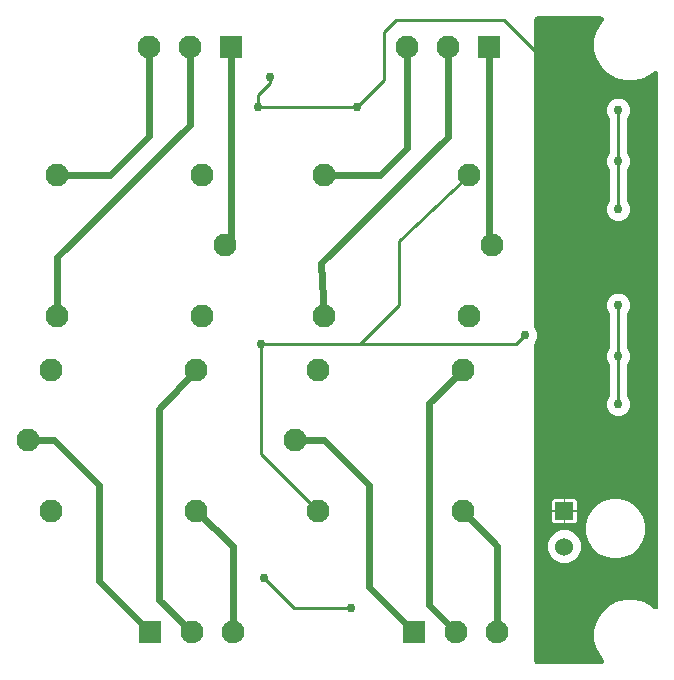
<source format=gbr>
G04 EAGLE Gerber RS-274X export*
G75*
%MOMM*%
%FSLAX34Y34*%
%LPD*%
%INBottom Copper*%
%IPPOS*%
%AMOC8*
5,1,8,0,0,1.08239X$1,22.5*%
G01*
G04 Define Apertures*
%ADD10R,1.930400X1.930400*%
%ADD11C,1.930400*%
%ADD12C,1.950000*%
%ADD13R,1.530000X1.530000*%
%ADD14C,1.530000*%
%ADD15C,0.609600*%
%ADD16C,0.254000*%
%ADD17C,0.756400*%
G36*
X476284Y-23877D02*
X475293Y-24078D01*
X421640Y-24078D01*
X420724Y-23907D01*
X419873Y-23362D01*
X419301Y-22529D01*
X419100Y-21538D01*
X419100Y246598D01*
X419286Y247552D01*
X419844Y248394D01*
X419854Y248405D01*
X421358Y252035D01*
X421358Y255965D01*
X419854Y259595D01*
X419844Y259606D01*
X419301Y260411D01*
X419100Y261402D01*
X419100Y521538D01*
X419271Y522454D01*
X419816Y523305D01*
X420649Y523877D01*
X421640Y524078D01*
X475293Y524078D01*
X476171Y523922D01*
X477031Y523390D01*
X477616Y522566D01*
X477833Y521579D01*
X477648Y520585D01*
X477089Y519742D01*
X475866Y518519D01*
X471895Y511641D01*
X469840Y503971D01*
X469840Y496029D01*
X471895Y488359D01*
X475866Y481481D01*
X481481Y475866D01*
X488359Y471895D01*
X496029Y469840D01*
X503971Y469840D01*
X511641Y471895D01*
X518519Y475866D01*
X519742Y477089D01*
X520473Y477599D01*
X521457Y477832D01*
X522454Y477662D01*
X523305Y477118D01*
X523877Y476284D01*
X524078Y475293D01*
X524078Y24707D01*
X523922Y23829D01*
X523390Y22969D01*
X522566Y22384D01*
X521579Y22167D01*
X520585Y22352D01*
X519742Y22911D01*
X518519Y24134D01*
X511641Y28105D01*
X503971Y30160D01*
X496029Y30160D01*
X488359Y28105D01*
X481481Y24134D01*
X475866Y18519D01*
X471895Y11641D01*
X469840Y3971D01*
X469840Y-3971D01*
X471895Y-11641D01*
X475866Y-18519D01*
X477089Y-19742D01*
X477599Y-20473D01*
X477832Y-21457D01*
X477662Y-22454D01*
X477118Y-23305D01*
X476284Y-23877D01*
G37*
%LPC*%
G36*
X488255Y350802D02*
X492185Y350802D01*
X495815Y352306D01*
X498594Y355085D01*
X500098Y358715D01*
X500098Y362645D01*
X498594Y366275D01*
X498330Y366540D01*
X497787Y367345D01*
X497586Y368336D01*
X497586Y393664D01*
X497772Y394618D01*
X498330Y395460D01*
X498594Y395725D01*
X500098Y399355D01*
X500098Y403285D01*
X498594Y406915D01*
X498330Y407180D01*
X497787Y407985D01*
X497586Y408976D01*
X497586Y436844D01*
X497772Y437798D01*
X498330Y438640D01*
X498594Y438905D01*
X500098Y442535D01*
X500098Y446465D01*
X498594Y450095D01*
X495815Y452874D01*
X492185Y454378D01*
X488255Y454378D01*
X484625Y452874D01*
X481846Y450095D01*
X480342Y446465D01*
X480342Y442535D01*
X481846Y438905D01*
X482110Y438640D01*
X482653Y437835D01*
X482854Y436844D01*
X482854Y408976D01*
X482668Y408022D01*
X482110Y407180D01*
X481846Y406915D01*
X480342Y403285D01*
X480342Y399355D01*
X481846Y395725D01*
X482110Y395460D01*
X482653Y394655D01*
X482854Y393664D01*
X482854Y368336D01*
X482668Y367382D01*
X482110Y366540D01*
X481846Y366275D01*
X480342Y362645D01*
X480342Y358715D01*
X481846Y355085D01*
X484625Y352306D01*
X488255Y350802D01*
G37*
G36*
X488255Y185702D02*
X492185Y185702D01*
X495815Y187206D01*
X498594Y189985D01*
X500098Y193615D01*
X500098Y197545D01*
X498594Y201175D01*
X498330Y201440D01*
X497787Y202245D01*
X497586Y203236D01*
X497586Y228564D01*
X497772Y229518D01*
X498330Y230360D01*
X498594Y230625D01*
X500098Y234255D01*
X500098Y238185D01*
X498594Y241815D01*
X498330Y242080D01*
X497787Y242885D01*
X497586Y243876D01*
X497586Y271744D01*
X497772Y272698D01*
X498330Y273540D01*
X498594Y273805D01*
X500098Y277435D01*
X500098Y281365D01*
X498594Y284995D01*
X495815Y287774D01*
X492185Y289278D01*
X488255Y289278D01*
X484625Y287774D01*
X481846Y284995D01*
X480342Y281365D01*
X480342Y277435D01*
X481846Y273805D01*
X482110Y273540D01*
X482653Y272735D01*
X482854Y271744D01*
X482854Y243876D01*
X482668Y242922D01*
X482110Y242080D01*
X481846Y241815D01*
X480342Y238185D01*
X480342Y234255D01*
X481846Y230625D01*
X482110Y230360D01*
X482653Y229555D01*
X482854Y228564D01*
X482854Y203236D01*
X482668Y202282D01*
X482110Y201440D01*
X481846Y201175D01*
X480342Y197545D01*
X480342Y193615D01*
X481846Y189985D01*
X484625Y187206D01*
X488255Y185702D01*
G37*
G36*
X434310Y105977D02*
X443738Y105977D01*
X443738Y115405D01*
X435798Y115405D01*
X434310Y113917D01*
X434310Y105977D01*
G37*
G36*
X445262Y105977D02*
X454690Y105977D01*
X454690Y113917D01*
X453202Y115405D01*
X445262Y115405D01*
X445262Y105977D01*
G37*
G36*
X484369Y65083D02*
X490991Y65083D01*
X497386Y66797D01*
X503120Y70107D01*
X507802Y74789D01*
X511112Y80523D01*
X512826Y86918D01*
X512826Y93540D01*
X511112Y99935D01*
X507802Y105669D01*
X503120Y110351D01*
X497386Y113661D01*
X490991Y115375D01*
X484369Y115375D01*
X477974Y113661D01*
X472240Y110351D01*
X467558Y105669D01*
X464248Y99935D01*
X462534Y93540D01*
X462534Y86918D01*
X464248Y80523D01*
X467558Y74789D01*
X472240Y70107D01*
X477974Y66797D01*
X484369Y65083D01*
G37*
G36*
X445262Y95025D02*
X453202Y95025D01*
X454690Y96513D01*
X454690Y104453D01*
X445262Y104453D01*
X445262Y95025D01*
G37*
G36*
X435798Y95025D02*
X443738Y95025D01*
X443738Y104453D01*
X434310Y104453D01*
X434310Y96513D01*
X435798Y95025D01*
G37*
G36*
X441766Y61469D02*
X447234Y61469D01*
X452286Y63562D01*
X456153Y67429D01*
X458246Y72481D01*
X458246Y77949D01*
X456153Y83001D01*
X452286Y86868D01*
X447234Y88961D01*
X441766Y88961D01*
X436714Y86868D01*
X432847Y83001D01*
X430754Y77949D01*
X430754Y72481D01*
X432847Y67429D01*
X436714Y63562D01*
X441766Y61469D01*
G37*
%LPD*%
D10*
X162560Y497840D03*
D11*
X127560Y497840D03*
X92560Y497840D03*
D10*
X381000Y497840D03*
D11*
X346000Y497840D03*
X311000Y497840D03*
D10*
X317500Y2540D03*
D11*
X352500Y2540D03*
X387500Y2540D03*
D10*
X93980Y2540D03*
D11*
X128980Y2540D03*
X163980Y2540D03*
D12*
X157380Y330200D03*
X137380Y390200D03*
X15160Y390200D03*
X15160Y270200D03*
X137380Y270200D03*
X383440Y330200D03*
X363440Y390200D03*
X241220Y390200D03*
X241220Y270200D03*
X363440Y270200D03*
X216000Y165100D03*
X236000Y105100D03*
X358220Y105100D03*
X358220Y225100D03*
X236000Y225100D03*
X-10060Y165100D03*
X9940Y105100D03*
X132160Y105100D03*
X132160Y225100D03*
X9940Y225100D03*
D13*
X444500Y105215D03*
D14*
X444500Y75215D03*
D15*
X92560Y422760D02*
X92560Y497840D01*
X92560Y422760D02*
X60000Y390200D01*
X15160Y390200D01*
X162560Y335380D02*
X162560Y497840D01*
X162560Y335380D02*
X157380Y330200D01*
D16*
X187960Y153140D02*
X236000Y105100D01*
X187960Y153140D02*
X187960Y246380D01*
D17*
X187960Y246380D03*
D16*
X304800Y334100D02*
X363440Y390200D01*
X304800Y334100D02*
X304800Y279400D01*
X271780Y246380D01*
X187960Y246380D01*
D17*
X411480Y254000D03*
D16*
X403860Y246380D01*
X271780Y246380D01*
D15*
X127560Y432360D02*
X127560Y497840D01*
X127560Y432360D02*
X15160Y319960D01*
X15160Y270200D01*
D17*
X490220Y444500D03*
D16*
X490220Y401320D01*
D17*
X490220Y360680D03*
D16*
X490220Y401320D01*
D17*
X490220Y401320D03*
X424180Y411480D03*
X424180Y246380D03*
X441960Y149860D03*
X264160Y22860D03*
D16*
X215900Y22860D01*
X190500Y48260D01*
D17*
X190500Y48260D03*
X185420Y447040D03*
X269240Y447040D03*
D16*
X185420Y447040D01*
D17*
X195580Y472440D03*
D16*
X195580Y467360D01*
X185420Y457200D01*
X185420Y447040D01*
X269240Y447040D02*
X292100Y469900D01*
X292100Y510540D01*
X302260Y520700D01*
X393700Y520700D01*
X424180Y490220D01*
X424180Y411480D01*
D15*
X288600Y390200D02*
X241220Y390200D01*
X288600Y390200D02*
X311000Y412600D01*
X311000Y497840D01*
X381000Y497840D02*
X381000Y330300D01*
X383440Y330200D01*
X346000Y422200D02*
X346000Y497840D01*
X346000Y422200D02*
X238680Y314880D01*
X241220Y270200D01*
X387500Y75820D02*
X387500Y2540D01*
X387500Y75820D02*
X358220Y105100D01*
X279400Y40640D02*
X317500Y2540D01*
X279400Y40640D02*
X279400Y127000D01*
X241300Y165100D01*
X216000Y165100D01*
X352500Y3100D02*
X352500Y2540D01*
X352500Y3100D02*
X330200Y25400D01*
X330200Y197080D01*
X358220Y225100D01*
D17*
X490220Y279400D03*
D16*
X490220Y236220D01*
D17*
X490220Y195580D03*
D16*
X490220Y236220D01*
D17*
X490220Y236220D03*
D15*
X163980Y75820D02*
X163980Y2540D01*
X163980Y75820D02*
X132160Y105100D01*
X50800Y45720D02*
X93980Y2540D01*
X50800Y45720D02*
X50800Y127000D01*
X12700Y165100D01*
X-10060Y165100D01*
X101600Y29920D02*
X128980Y2540D01*
X101600Y29920D02*
X101600Y192000D01*
X132160Y225100D01*
M02*

</source>
